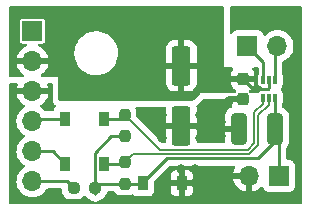
<source format=gbr>
%TF.GenerationSoftware,KiCad,Pcbnew,7.0.0-da2b9df05c~163~ubuntu22.04.1*%
%TF.CreationDate,2023-02-21T15:24:56+01:00*%
%TF.ProjectId,BaSe_PWR_V4_0,42615365-5f50-4575-925f-56345f302e6b,rev?*%
%TF.SameCoordinates,Original*%
%TF.FileFunction,Copper,L1,Top*%
%TF.FilePolarity,Positive*%
%FSLAX46Y46*%
G04 Gerber Fmt 4.6, Leading zero omitted, Abs format (unit mm)*
G04 Created by KiCad (PCBNEW 7.0.0-da2b9df05c~163~ubuntu22.04.1) date 2023-02-21 15:24:56*
%MOMM*%
%LPD*%
G01*
G04 APERTURE LIST*
G04 Aperture macros list*
%AMRoundRect*
0 Rectangle with rounded corners*
0 $1 Rounding radius*
0 $2 $3 $4 $5 $6 $7 $8 $9 X,Y pos of 4 corners*
0 Add a 4 corners polygon primitive as box body*
4,1,4,$2,$3,$4,$5,$6,$7,$8,$9,$2,$3,0*
0 Add four circle primitives for the rounded corners*
1,1,$1+$1,$2,$3*
1,1,$1+$1,$4,$5*
1,1,$1+$1,$6,$7*
1,1,$1+$1,$8,$9*
0 Add four rect primitives between the rounded corners*
20,1,$1+$1,$2,$3,$4,$5,0*
20,1,$1+$1,$4,$5,$6,$7,0*
20,1,$1+$1,$6,$7,$8,$9,0*
20,1,$1+$1,$8,$9,$2,$3,0*%
G04 Aperture macros list end*
%TA.AperFunction,ComponentPad*%
%ADD10R,1.700000X1.700000*%
%TD*%
%TA.AperFunction,ComponentPad*%
%ADD11O,1.700000X1.700000*%
%TD*%
%TA.AperFunction,SMDPad,CuDef*%
%ADD12R,0.900000X1.200000*%
%TD*%
%TA.AperFunction,SMDPad,CuDef*%
%ADD13R,0.340000X0.700000*%
%TD*%
%TA.AperFunction,SMDPad,CuDef*%
%ADD14RoundRect,0.250000X0.400000X1.075000X-0.400000X1.075000X-0.400000X-1.075000X0.400000X-1.075000X0*%
%TD*%
%TA.AperFunction,SMDPad,CuDef*%
%ADD15RoundRect,0.237500X-0.250000X-0.237500X0.250000X-0.237500X0.250000X0.237500X-0.250000X0.237500X0*%
%TD*%
%TA.AperFunction,SMDPad,CuDef*%
%ADD16RoundRect,0.237500X-0.237500X0.250000X-0.237500X-0.250000X0.237500X-0.250000X0.237500X0.250000X0*%
%TD*%
%TA.AperFunction,SMDPad,CuDef*%
%ADD17RoundRect,0.250000X-0.550000X1.412500X-0.550000X-1.412500X0.550000X-1.412500X0.550000X1.412500X0*%
%TD*%
%TA.AperFunction,SMDPad,CuDef*%
%ADD18RoundRect,0.237500X-0.237500X0.300000X-0.237500X-0.300000X0.237500X-0.300000X0.237500X0.300000X0*%
%TD*%
%TA.AperFunction,ViaPad*%
%ADD19C,0.800000*%
%TD*%
%TA.AperFunction,Conductor*%
%ADD20C,0.200000*%
%TD*%
%TA.AperFunction,Conductor*%
%ADD21C,0.500000*%
%TD*%
%TA.AperFunction,Conductor*%
%ADD22C,0.250000*%
%TD*%
G04 APERTURE END LIST*
D10*
%TO.P,J3,1,Pin_1*%
%TO.N,/imotor*%
X119074999Y-49599999D03*
D11*
%TO.P,J3,2,Pin_2*%
%TO.N,GND*%
X116534999Y-49599999D03*
%TD*%
D10*
%TO.P,J1,1,Pin_1*%
%TO.N,GND*%
X98199999Y-37319999D03*
D11*
%TO.P,J1,2,Pin_2*%
%TO.N,Vdrive*%
X98199999Y-39859999D03*
%TO.P,J1,3,Pin_3*%
%TO.N,GND*%
X98199999Y-42399999D03*
%TO.P,J1,4,Pin_4*%
%TO.N,/in1_mcu*%
X98199999Y-44939999D03*
%TO.P,J1,5,Pin_5*%
%TO.N,/in2_mcu*%
X98199999Y-47479999D03*
%TO.P,J1,6,Pin_6*%
%TO.N,/imotor_prot*%
X98199999Y-50019999D03*
%TD*%
D12*
%TO.P,D2,1,K*%
%TO.N,/in2*%
X104249999Y-48529999D03*
%TO.P,D2,2,A*%
%TO.N,/in2_mcu*%
X100949999Y-48529999D03*
%TD*%
D13*
%TO.P,U1,1,IN1*%
%TO.N,/in1*%
X117699999Y-42949999D03*
%TO.P,U1,2,IN2*%
%TO.N,/in2*%
X118199999Y-42949999D03*
%TO.P,U1,3,GND*%
%TO.N,/imotor*%
X118699999Y-42949999D03*
%TO.P,U1,4,OUT2*%
%TO.N,Net-(J2-Pin_2)*%
X118699999Y-41449999D03*
%TO.P,U1,5,VM*%
%TO.N,Vdrive*%
X118199999Y-41449999D03*
%TO.P,U1,6,OUT1*%
%TO.N,Net-(J2-Pin_1)*%
X117699999Y-41449999D03*
%TD*%
D14*
%TO.P,R4,2*%
%TO.N,GND*%
X115650000Y-45600000D03*
%TO.P,R4,1*%
%TO.N,/imotor*%
X118750000Y-45600000D03*
%TD*%
D12*
%TO.P,D1,1,K*%
%TO.N,/in1*%
X104249999Y-44729999D03*
%TO.P,D1,2,A*%
%TO.N,/in1_mcu*%
X100949999Y-44729999D03*
%TD*%
D15*
%TO.P,R1,1*%
%TO.N,/imotor_prot*%
X101687500Y-50600000D03*
%TO.P,R1,2*%
%TO.N,/imotor*%
X103512500Y-50600000D03*
%TD*%
D16*
%TO.P,R2,1*%
%TO.N,/in1*%
X106000000Y-44417500D03*
%TO.P,R2,2*%
%TO.N,/imotor*%
X106000000Y-46242500D03*
%TD*%
D10*
%TO.P,J2,1,Pin_1*%
%TO.N,Net-(J2-Pin_1)*%
X116399999Y-38599999D03*
D11*
%TO.P,J2,2,Pin_2*%
%TO.N,Net-(J2-Pin_2)*%
X118939999Y-38599999D03*
%TD*%
D16*
%TO.P,R3,1*%
%TO.N,/in2*%
X106000000Y-48417500D03*
%TO.P,R3,2*%
%TO.N,/imotor*%
X106000000Y-50242500D03*
%TD*%
D17*
%TO.P,C1,1*%
%TO.N,Vdrive*%
X110800000Y-40262500D03*
%TO.P,C1,2*%
%TO.N,GND*%
X110800000Y-45337500D03*
%TD*%
D18*
%TO.P,C2,1*%
%TO.N,Vdrive*%
X116000000Y-41337500D03*
%TO.P,C2,2*%
%TO.N,GND*%
X116000000Y-43062500D03*
%TD*%
D12*
%TO.P,D3,1,K*%
%TO.N,/imotor*%
X107549999Y-50199999D03*
%TO.P,D3,2,A*%
%TO.N,GND*%
X110849999Y-50199999D03*
%TD*%
D19*
%TO.N,GND*%
X114200000Y-46200000D03*
X114200000Y-45000000D03*
X112000000Y-50200000D03*
X109200000Y-46400000D03*
X109200000Y-44400000D03*
X114800000Y-43200000D03*
X112400000Y-44400000D03*
X120200000Y-36000000D03*
X112000000Y-49000000D03*
X117000000Y-36000000D03*
X115400000Y-36000000D03*
X118600000Y-36000000D03*
X112400000Y-46400000D03*
X109200000Y-45400000D03*
X110800000Y-49000000D03*
X112400000Y-45400000D03*
%TD*%
D20*
%TO.N,/in2*%
X118200000Y-42950000D02*
X118200000Y-43600000D01*
X118200000Y-43600000D02*
X117334835Y-44465165D01*
X117334835Y-44465165D02*
X117334835Y-46960139D01*
X106692500Y-47725000D02*
X106000000Y-48417500D01*
X117334835Y-46960139D02*
X116569974Y-47725000D01*
X116569974Y-47725000D02*
X106692500Y-47725000D01*
%TO.N,/in1*%
X117700000Y-42950000D02*
X117700000Y-43463604D01*
X116984835Y-44178769D02*
X116984835Y-46815165D01*
X117700000Y-43463604D02*
X116984835Y-44178769D01*
X116984835Y-46815165D02*
X116425000Y-47375000D01*
X116425000Y-47375000D02*
X108957500Y-47375000D01*
X108957500Y-47375000D02*
X106000000Y-44417500D01*
D21*
%TO.N,GND*%
X114800000Y-43200000D02*
X114937500Y-43062500D01*
X114937500Y-43062500D02*
X116000000Y-43062500D01*
D22*
%TO.N,Vdrive*%
X118200000Y-41450000D02*
X118200000Y-42120000D01*
X118200000Y-42120000D02*
X118120000Y-42200000D01*
X118120000Y-42200000D02*
X116862500Y-42200000D01*
X116862500Y-42200000D02*
X116000000Y-41337500D01*
%TO.N,/in1*%
X104250000Y-44730000D02*
X105687500Y-44730000D01*
X105687500Y-44730000D02*
X106000000Y-44417500D01*
%TO.N,/in1_mcu*%
X100900000Y-44780000D02*
X100950000Y-44730000D01*
X100950000Y-44730000D02*
X98410000Y-44730000D01*
X98410000Y-44730000D02*
X98200000Y-44940000D01*
%TO.N,/in2*%
X104250000Y-48530000D02*
X105887500Y-48530000D01*
X105887500Y-48530000D02*
X106000000Y-48417500D01*
%TO.N,/in2_mcu*%
X100950000Y-48530000D02*
X99900000Y-47480000D01*
X99900000Y-47480000D02*
X98200000Y-47480000D01*
%TO.N,/imotor*%
X106000000Y-46242500D02*
X104837500Y-46242500D01*
X104837500Y-46242500D02*
X103475000Y-47605000D01*
X118750000Y-46650000D02*
X118750000Y-46000000D01*
X118700000Y-42950000D02*
X118700000Y-45950000D01*
X117300000Y-48100000D02*
X118750000Y-46650000D01*
X103512500Y-51130000D02*
X103512500Y-50242500D01*
X107507500Y-50242500D02*
X107550000Y-50200000D01*
X103475000Y-47605000D02*
X103475000Y-51092500D01*
X103475000Y-51092500D02*
X103512500Y-51130000D01*
X119075000Y-46325000D02*
X119075000Y-49600000D01*
X109550000Y-48100000D02*
X117300000Y-48100000D01*
X106000000Y-50242500D02*
X107507500Y-50242500D01*
X118750000Y-46000000D02*
X119075000Y-46325000D01*
X103512500Y-50242500D02*
X106000000Y-50242500D01*
X109550000Y-48100000D02*
X107550000Y-50100000D01*
X107550000Y-50100000D02*
X107550000Y-50200000D01*
X118700000Y-45950000D02*
X118950000Y-46200000D01*
%TO.N,/imotor_prot*%
X98200000Y-50020000D02*
X101107500Y-50020000D01*
X101107500Y-50020000D02*
X101687500Y-50600000D01*
%TO.N,Net-(J2-Pin_1)*%
X117700000Y-39900000D02*
X116400000Y-38600000D01*
X117700000Y-41450000D02*
X117700000Y-39900000D01*
%TO.N,Net-(J2-Pin_2)*%
X118700000Y-41450000D02*
X118700000Y-38840000D01*
X118700000Y-38840000D02*
X118940000Y-38600000D01*
%TD*%
%TA.AperFunction,Conductor*%
%TO.N,Vdrive*%
G36*
X114338000Y-35217113D02*
G01*
X114383387Y-35262500D01*
X114400000Y-35324500D01*
X114400000Y-40400000D01*
X115067032Y-40400000D01*
X115129811Y-40417067D01*
X115175310Y-40463569D01*
X115191002Y-40526705D01*
X115172570Y-40589097D01*
X115093340Y-40717547D01*
X115087274Y-40730555D01*
X115037447Y-40880924D01*
X115034631Y-40894080D01*
X115025319Y-40985223D01*
X115025000Y-40991500D01*
X115025000Y-41071174D01*
X115028450Y-41084049D01*
X115041326Y-41087500D01*
X116958673Y-41087500D01*
X116971548Y-41084049D01*
X116974999Y-41071174D01*
X116974999Y-40991503D01*
X116974678Y-40985220D01*
X116965369Y-40894087D01*
X116962550Y-40880918D01*
X116912725Y-40730555D01*
X116906659Y-40717547D01*
X116827430Y-40589097D01*
X116808998Y-40526705D01*
X116824690Y-40463569D01*
X116870189Y-40417067D01*
X116932968Y-40400000D01*
X117250500Y-40400000D01*
X117312500Y-40416613D01*
X117357887Y-40462000D01*
X117374500Y-40524000D01*
X117374500Y-40934218D01*
X117369160Y-40970214D01*
X117353601Y-41003110D01*
X117347919Y-41011612D01*
X117347917Y-41011615D01*
X117341133Y-41021769D01*
X117338750Y-41033744D01*
X117338749Y-41033749D01*
X117330689Y-41074271D01*
X117330688Y-41074277D01*
X117329500Y-41080252D01*
X117329500Y-41819748D01*
X117330688Y-41825723D01*
X117330689Y-41825728D01*
X117338750Y-41866252D01*
X117341133Y-41878231D01*
X117385448Y-41944552D01*
X117451769Y-41988867D01*
X117510252Y-42000500D01*
X117510120Y-42001160D01*
X117552981Y-42014683D01*
X117591372Y-42048401D01*
X117667498Y-42150092D01*
X117679908Y-42162502D01*
X117698251Y-42176234D01*
X117736734Y-42223990D01*
X117747623Y-42284347D01*
X117728254Y-42342540D01*
X117683366Y-42384332D01*
X117623939Y-42399500D01*
X117510252Y-42399500D01*
X117504277Y-42400688D01*
X117504271Y-42400689D01*
X117463747Y-42408750D01*
X117463745Y-42408750D01*
X117451769Y-42411133D01*
X117441618Y-42417915D01*
X117441615Y-42417917D01*
X117395601Y-42448663D01*
X117395598Y-42448665D01*
X117385448Y-42455448D01*
X117378665Y-42465598D01*
X117378663Y-42465601D01*
X117347919Y-42511612D01*
X117347917Y-42511615D01*
X117341133Y-42521769D01*
X117339858Y-42528176D01*
X117316136Y-42563680D01*
X117275907Y-42590561D01*
X117228454Y-42600000D01*
X116724538Y-42600000D01*
X116668657Y-42586695D01*
X116624768Y-42549634D01*
X116560503Y-42462557D01*
X116536717Y-42399392D01*
X116549542Y-42333122D01*
X116595179Y-42283388D01*
X116691888Y-42223737D01*
X116703148Y-42214834D01*
X116814834Y-42103148D01*
X116823739Y-42091886D01*
X116906659Y-41957452D01*
X116912725Y-41944444D01*
X116962552Y-41794075D01*
X116965368Y-41780919D01*
X116974680Y-41689776D01*
X116975000Y-41683500D01*
X116975000Y-41603826D01*
X116971549Y-41590950D01*
X116958674Y-41587500D01*
X115041327Y-41587500D01*
X115028451Y-41590950D01*
X115025001Y-41603826D01*
X115025001Y-41683497D01*
X115025321Y-41689779D01*
X115034630Y-41780912D01*
X115037449Y-41794081D01*
X115087274Y-41944444D01*
X115093340Y-41957452D01*
X115176260Y-42091886D01*
X115185165Y-42103148D01*
X115296851Y-42214834D01*
X115308107Y-42223734D01*
X115404821Y-42283388D01*
X115450457Y-42333122D01*
X115463282Y-42399391D01*
X115439495Y-42462559D01*
X115375231Y-42549634D01*
X115331344Y-42586694D01*
X115275462Y-42600000D01*
X114851285Y-42600000D01*
X114835100Y-42598939D01*
X114808059Y-42595379D01*
X114800000Y-42594318D01*
X114791941Y-42595379D01*
X114764900Y-42598939D01*
X114748715Y-42600000D01*
X112400000Y-42600000D01*
X112391364Y-42608635D01*
X112391361Y-42608638D01*
X111836319Y-43163681D01*
X111796091Y-43190561D01*
X111748638Y-43200000D01*
X100524000Y-43200000D01*
X100462000Y-43183387D01*
X100416613Y-43138000D01*
X100400000Y-43076000D01*
X100400000Y-41721829D01*
X109500001Y-41721829D01*
X109500321Y-41728111D01*
X109509805Y-41820959D01*
X109512623Y-41834122D01*
X109563370Y-41987267D01*
X109569432Y-42000266D01*
X109653890Y-42137194D01*
X109662794Y-42148455D01*
X109776544Y-42262205D01*
X109787805Y-42271109D01*
X109924733Y-42355567D01*
X109937732Y-42361629D01*
X110090874Y-42412375D01*
X110104041Y-42415194D01*
X110196890Y-42424680D01*
X110203168Y-42425000D01*
X110533674Y-42425000D01*
X110546549Y-42421549D01*
X110550000Y-42408674D01*
X110550000Y-42408673D01*
X111050000Y-42408673D01*
X111053450Y-42421548D01*
X111066326Y-42424999D01*
X111396829Y-42424999D01*
X111403111Y-42424678D01*
X111495959Y-42415194D01*
X111509122Y-42412376D01*
X111662267Y-42361629D01*
X111675266Y-42355567D01*
X111812194Y-42271109D01*
X111823455Y-42262205D01*
X111937205Y-42148455D01*
X111946109Y-42137194D01*
X112030567Y-42000266D01*
X112036629Y-41987267D01*
X112087375Y-41834125D01*
X112090194Y-41820958D01*
X112099680Y-41728109D01*
X112100000Y-41721832D01*
X112100000Y-40528826D01*
X112096549Y-40515950D01*
X112083674Y-40512500D01*
X111066326Y-40512500D01*
X111053450Y-40515950D01*
X111050000Y-40528826D01*
X111050000Y-42408673D01*
X110550000Y-42408673D01*
X110550000Y-40528826D01*
X110546549Y-40515950D01*
X110533674Y-40512500D01*
X109516327Y-40512500D01*
X109503451Y-40515950D01*
X109500001Y-40528826D01*
X109500001Y-41721829D01*
X100400000Y-41721829D01*
X100400000Y-41216326D01*
X100400000Y-41200000D01*
X100383674Y-41200000D01*
X99033213Y-41200000D01*
X98973097Y-41184453D01*
X98928055Y-41141710D01*
X98909383Y-41082490D01*
X98921763Y-41021642D01*
X98962089Y-40974425D01*
X99066643Y-40901215D01*
X99074909Y-40894278D01*
X99234278Y-40734909D01*
X99241215Y-40726643D01*
X99370498Y-40542008D01*
X99375886Y-40532676D01*
X99471143Y-40328397D01*
X99474831Y-40318263D01*
X99526943Y-40123780D01*
X99527311Y-40112551D01*
X99516369Y-40110000D01*
X96883631Y-40110000D01*
X96872688Y-40112551D01*
X96873056Y-40123780D01*
X96925168Y-40318263D01*
X96928856Y-40328397D01*
X97024113Y-40532676D01*
X97029501Y-40542008D01*
X97158784Y-40726643D01*
X97165721Y-40734909D01*
X97325090Y-40894278D01*
X97333356Y-40901215D01*
X97437911Y-40974425D01*
X97478237Y-41021642D01*
X97490617Y-41082490D01*
X97471945Y-41141710D01*
X97426903Y-41184453D01*
X97366787Y-41200000D01*
X96324500Y-41200000D01*
X96262500Y-41183387D01*
X96217113Y-41138000D01*
X96200500Y-41076000D01*
X96200500Y-39607448D01*
X96872688Y-39607448D01*
X96883631Y-39610000D01*
X99516369Y-39610000D01*
X99527311Y-39607448D01*
X99526943Y-39596219D01*
X99474831Y-39401736D01*
X99471143Y-39391602D01*
X99413396Y-39267765D01*
X101745788Y-39267765D01*
X101746282Y-39272262D01*
X101746283Y-39272267D01*
X101774917Y-39532506D01*
X101774918Y-39532513D01*
X101775414Y-39537018D01*
X101776559Y-39541398D01*
X101776561Y-39541408D01*
X101833792Y-39760316D01*
X101843928Y-39799088D01*
X101845693Y-39803242D01*
X101845696Y-39803250D01*
X101933152Y-40009049D01*
X101949870Y-40048390D01*
X101952226Y-40052251D01*
X101952229Y-40052256D01*
X102088618Y-40275737D01*
X102090982Y-40279610D01*
X102093885Y-40283098D01*
X102242767Y-40462000D01*
X102264255Y-40487820D01*
X102267630Y-40490844D01*
X102267631Y-40490845D01*
X102372330Y-40584656D01*
X102465998Y-40668582D01*
X102691910Y-40818044D01*
X102937176Y-40933020D01*
X103196569Y-41011060D01*
X103464561Y-41050500D01*
X103665369Y-41050500D01*
X103667631Y-41050500D01*
X103870156Y-41035677D01*
X104134553Y-40976780D01*
X104387558Y-40880014D01*
X104623777Y-40747441D01*
X104838177Y-40581888D01*
X105026186Y-40386881D01*
X105183799Y-40166579D01*
X105271410Y-39996174D01*
X109500000Y-39996174D01*
X109503450Y-40009049D01*
X109516326Y-40012500D01*
X110533674Y-40012500D01*
X110546549Y-40009049D01*
X110550000Y-39996174D01*
X111050000Y-39996174D01*
X111053450Y-40009049D01*
X111066326Y-40012500D01*
X112083673Y-40012500D01*
X112096548Y-40009049D01*
X112099999Y-39996174D01*
X112099999Y-38803171D01*
X112099678Y-38796888D01*
X112090194Y-38704040D01*
X112087376Y-38690877D01*
X112036629Y-38537732D01*
X112030567Y-38524733D01*
X111946109Y-38387805D01*
X111937205Y-38376544D01*
X111823455Y-38262794D01*
X111812194Y-38253890D01*
X111675266Y-38169432D01*
X111662267Y-38163370D01*
X111509125Y-38112624D01*
X111495958Y-38109805D01*
X111403109Y-38100319D01*
X111396832Y-38100000D01*
X111066326Y-38100000D01*
X111053450Y-38103450D01*
X111050000Y-38116326D01*
X111050000Y-39996174D01*
X110550000Y-39996174D01*
X110550000Y-38116327D01*
X110546549Y-38103451D01*
X110533674Y-38100001D01*
X110203171Y-38100001D01*
X110196888Y-38100321D01*
X110104040Y-38109805D01*
X110090877Y-38112623D01*
X109937732Y-38163370D01*
X109924733Y-38169432D01*
X109787805Y-38253890D01*
X109776544Y-38262794D01*
X109662794Y-38376544D01*
X109653890Y-38387805D01*
X109569432Y-38524733D01*
X109563370Y-38537732D01*
X109512624Y-38690874D01*
X109509805Y-38704041D01*
X109500319Y-38796890D01*
X109500000Y-38803168D01*
X109500000Y-39996174D01*
X105271410Y-39996174D01*
X105307656Y-39925675D01*
X105395118Y-39669305D01*
X105444319Y-39402933D01*
X105454212Y-39132235D01*
X105424586Y-38862982D01*
X105356072Y-38600912D01*
X105250130Y-38351610D01*
X105109018Y-38120390D01*
X104935745Y-37912180D01*
X104932368Y-37909154D01*
X104737382Y-37734446D01*
X104737378Y-37734442D01*
X104734002Y-37731418D01*
X104508090Y-37581956D01*
X104503996Y-37580036D01*
X104503991Y-37580034D01*
X104266929Y-37468904D01*
X104266925Y-37468902D01*
X104262824Y-37466980D01*
X104258477Y-37465672D01*
X104258474Y-37465671D01*
X104007772Y-37390246D01*
X104007771Y-37390245D01*
X104003431Y-37388940D01*
X103998957Y-37388281D01*
X103998950Y-37388280D01*
X103739913Y-37350158D01*
X103739907Y-37350157D01*
X103735439Y-37349500D01*
X103532369Y-37349500D01*
X103530120Y-37349664D01*
X103530109Y-37349665D01*
X103334363Y-37363992D01*
X103334359Y-37363992D01*
X103329844Y-37364323D01*
X103325426Y-37365307D01*
X103325420Y-37365308D01*
X103069877Y-37422232D01*
X103069861Y-37422236D01*
X103065447Y-37423220D01*
X103061216Y-37424838D01*
X103061210Y-37424840D01*
X102816673Y-37518367D01*
X102816663Y-37518371D01*
X102812442Y-37519986D01*
X102808494Y-37522201D01*
X102808489Y-37522204D01*
X102580176Y-37650340D01*
X102580171Y-37650343D01*
X102576223Y-37652559D01*
X102572639Y-37655325D01*
X102572635Y-37655329D01*
X102365407Y-37815343D01*
X102365394Y-37815354D01*
X102361823Y-37818112D01*
X102358685Y-37821366D01*
X102358678Y-37821373D01*
X102176958Y-38009857D01*
X102176952Y-38009864D01*
X102173814Y-38013119D01*
X102171189Y-38016787D01*
X102171179Y-38016800D01*
X102018834Y-38229740D01*
X102018830Y-38229745D01*
X102016201Y-38233421D01*
X102014132Y-38237444D01*
X102014129Y-38237450D01*
X101894416Y-38470293D01*
X101894411Y-38470304D01*
X101892344Y-38474325D01*
X101890884Y-38478602D01*
X101890879Y-38478616D01*
X101806348Y-38726395D01*
X101806344Y-38726407D01*
X101804882Y-38730695D01*
X101804057Y-38735159D01*
X101804057Y-38735161D01*
X101756504Y-38992606D01*
X101756502Y-38992619D01*
X101755681Y-38997067D01*
X101755515Y-39001593D01*
X101755515Y-39001599D01*
X101748624Y-39190174D01*
X101745788Y-39267765D01*
X99413396Y-39267765D01*
X99375889Y-39187332D01*
X99370491Y-39177982D01*
X99241215Y-38993357D01*
X99234280Y-38985092D01*
X99074909Y-38825721D01*
X99066643Y-38818784D01*
X98882008Y-38689501D01*
X98872676Y-38684113D01*
X98707052Y-38606882D01*
X98656656Y-38563840D01*
X98635627Y-38500990D01*
X98649971Y-38436286D01*
X98695592Y-38388211D01*
X98759457Y-38370500D01*
X99063652Y-38370500D01*
X99069748Y-38370500D01*
X99128231Y-38358867D01*
X99194552Y-38314552D01*
X99238867Y-38248231D01*
X99250500Y-38189748D01*
X99250500Y-36450252D01*
X99238867Y-36391769D01*
X99194552Y-36325448D01*
X99128231Y-36281133D01*
X99116253Y-36278750D01*
X99116252Y-36278750D01*
X99075728Y-36270689D01*
X99075723Y-36270688D01*
X99069748Y-36269500D01*
X97330252Y-36269500D01*
X97324277Y-36270688D01*
X97324271Y-36270689D01*
X97283747Y-36278750D01*
X97283745Y-36278750D01*
X97271769Y-36281133D01*
X97261618Y-36287915D01*
X97261615Y-36287917D01*
X97215601Y-36318663D01*
X97215598Y-36318665D01*
X97205448Y-36325448D01*
X97198665Y-36335598D01*
X97198663Y-36335601D01*
X97167917Y-36381615D01*
X97167915Y-36381618D01*
X97161133Y-36391769D01*
X97158750Y-36403745D01*
X97158750Y-36403747D01*
X97150689Y-36444271D01*
X97150688Y-36444277D01*
X97149500Y-36450252D01*
X97149500Y-38189748D01*
X97150688Y-38195723D01*
X97150689Y-38195728D01*
X97157455Y-38229740D01*
X97161133Y-38248231D01*
X97205448Y-38314552D01*
X97271769Y-38358867D01*
X97330252Y-38370500D01*
X97336348Y-38370500D01*
X97640543Y-38370500D01*
X97704408Y-38388211D01*
X97750028Y-38436285D01*
X97764373Y-38500990D01*
X97743344Y-38563840D01*
X97692948Y-38606882D01*
X97527332Y-38684110D01*
X97517982Y-38689508D01*
X97333357Y-38818784D01*
X97325092Y-38825719D01*
X97165719Y-38985092D01*
X97158784Y-38993357D01*
X97029508Y-39177982D01*
X97024110Y-39187332D01*
X96928856Y-39391602D01*
X96925168Y-39401736D01*
X96873056Y-39596219D01*
X96872688Y-39607448D01*
X96200500Y-39607448D01*
X96200500Y-35324500D01*
X96217113Y-35262500D01*
X96262500Y-35217113D01*
X96324500Y-35200500D01*
X114276000Y-35200500D01*
X114338000Y-35217113D01*
G37*
%TD.AperFunction*%
%TD*%
%TA.AperFunction,Conductor*%
%TO.N,GND*%
G36*
X120937500Y-35217113D02*
G01*
X120982887Y-35262500D01*
X120999500Y-35324500D01*
X120999500Y-51875500D01*
X120982887Y-51937500D01*
X120937500Y-51982887D01*
X120875500Y-51999500D01*
X103599624Y-51999500D01*
X103538752Y-51983530D01*
X103510619Y-51956267D01*
X103479283Y-51984782D01*
X103420687Y-51999500D01*
X96324500Y-51999500D01*
X96262500Y-51982887D01*
X96217113Y-51937500D01*
X96200500Y-51875500D01*
X96200500Y-41829500D01*
X96217113Y-41767500D01*
X96262500Y-41722113D01*
X96324500Y-41705500D01*
X96839649Y-41705500D01*
X96899291Y-41720786D01*
X96944229Y-41762875D01*
X96963383Y-41821390D01*
X96952031Y-41881904D01*
X96928858Y-41931597D01*
X96925168Y-41941736D01*
X96873056Y-42136219D01*
X96872688Y-42147448D01*
X96883631Y-42150000D01*
X99516369Y-42150000D01*
X99527311Y-42147448D01*
X99526943Y-42136219D01*
X99474831Y-41941736D01*
X99471141Y-41931597D01*
X99447969Y-41881904D01*
X99436617Y-41821390D01*
X99455771Y-41762875D01*
X99500709Y-41720786D01*
X99560351Y-41705500D01*
X99770500Y-41705500D01*
X99832500Y-41722113D01*
X99877887Y-41767500D01*
X99894500Y-41829500D01*
X99894500Y-43076000D01*
X99895028Y-43080017D01*
X99895029Y-43080019D01*
X99911194Y-43202807D01*
X99911196Y-43202819D01*
X99911725Y-43206834D01*
X99928338Y-43268834D01*
X99929891Y-43272584D01*
X99929893Y-43272589D01*
X99975726Y-43383240D01*
X99978837Y-43390750D01*
X99983783Y-43397196D01*
X99983785Y-43397199D01*
X100052731Y-43487049D01*
X100059171Y-43495442D01*
X100104558Y-43540829D01*
X100146269Y-43572835D01*
X100182152Y-43616687D01*
X100194780Y-43671926D01*
X100181515Y-43727015D01*
X100154372Y-43759416D01*
X100155824Y-43760868D01*
X100149548Y-43767142D01*
X100142454Y-43772454D01*
X100137144Y-43779546D01*
X100137141Y-43779550D01*
X100061519Y-43880568D01*
X100061516Y-43880572D01*
X100056204Y-43887669D01*
X100053104Y-43895978D01*
X100053104Y-43895980D01*
X100005909Y-44022517D01*
X100003859Y-44021752D01*
X99985967Y-44058307D01*
X99942932Y-44092357D01*
X99889416Y-44104500D01*
X99325758Y-44104500D01*
X99278305Y-44095061D01*
X99238077Y-44068181D01*
X99075232Y-43905336D01*
X99075230Y-43905334D01*
X99071401Y-43901505D01*
X99066970Y-43898402D01*
X99066966Y-43898399D01*
X98885405Y-43771269D01*
X98846540Y-43726951D01*
X98832529Y-43669694D01*
X98846540Y-43612437D01*
X98885406Y-43568119D01*
X99066638Y-43441219D01*
X99074909Y-43434278D01*
X99234278Y-43274909D01*
X99241215Y-43266643D01*
X99370498Y-43082008D01*
X99375886Y-43072676D01*
X99471143Y-42868397D01*
X99474831Y-42858263D01*
X99526943Y-42663780D01*
X99527311Y-42652551D01*
X99516369Y-42650000D01*
X96883631Y-42650000D01*
X96872688Y-42652551D01*
X96873056Y-42663780D01*
X96925168Y-42858263D01*
X96928856Y-42868397D01*
X97024113Y-43072676D01*
X97029501Y-43082008D01*
X97158784Y-43266643D01*
X97165721Y-43274909D01*
X97325090Y-43434278D01*
X97333356Y-43441215D01*
X97514595Y-43568120D01*
X97553460Y-43612438D01*
X97567471Y-43669695D01*
X97553460Y-43726952D01*
X97514594Y-43771270D01*
X97333034Y-43898399D01*
X97333029Y-43898402D01*
X97328599Y-43901505D01*
X97324775Y-43905328D01*
X97324769Y-43905334D01*
X97165334Y-44064769D01*
X97165328Y-44064775D01*
X97161505Y-44068599D01*
X97158402Y-44073029D01*
X97158399Y-44073034D01*
X97029073Y-44257731D01*
X97029068Y-44257738D01*
X97025965Y-44262171D01*
X97023677Y-44267077D01*
X97023675Y-44267081D01*
X96928386Y-44471427D01*
X96928383Y-44471432D01*
X96926097Y-44476337D01*
X96924698Y-44481557D01*
X96924694Y-44481569D01*
X96866337Y-44699365D01*
X96866335Y-44699371D01*
X96864937Y-44704592D01*
X96844341Y-44940000D01*
X96864937Y-45175408D01*
X96866336Y-45180630D01*
X96866337Y-45180634D01*
X96924694Y-45398430D01*
X96924697Y-45398438D01*
X96926097Y-45403663D01*
X96928385Y-45408570D01*
X96928386Y-45408572D01*
X97023678Y-45612927D01*
X97023681Y-45612933D01*
X97025965Y-45617830D01*
X97029064Y-45622257D01*
X97029066Y-45622259D01*
X97158399Y-45806966D01*
X97158402Y-45806970D01*
X97161505Y-45811401D01*
X97328599Y-45978495D01*
X97333032Y-45981599D01*
X97333038Y-45981604D01*
X97514158Y-46108425D01*
X97553024Y-46152743D01*
X97567035Y-46210000D01*
X97553024Y-46267257D01*
X97514159Y-46311575D01*
X97333041Y-46438395D01*
X97328599Y-46441505D01*
X97324775Y-46445328D01*
X97324769Y-46445334D01*
X97165334Y-46604769D01*
X97165328Y-46604775D01*
X97161505Y-46608599D01*
X97158402Y-46613029D01*
X97158399Y-46613034D01*
X97029073Y-46797731D01*
X97029068Y-46797738D01*
X97025965Y-46802171D01*
X97023677Y-46807077D01*
X97023675Y-46807081D01*
X96928386Y-47011427D01*
X96928383Y-47011432D01*
X96926097Y-47016337D01*
X96924698Y-47021557D01*
X96924694Y-47021569D01*
X96866337Y-47239365D01*
X96866335Y-47239371D01*
X96864937Y-47244592D01*
X96864465Y-47249977D01*
X96864465Y-47249982D01*
X96848120Y-47436805D01*
X96844341Y-47480000D01*
X96844813Y-47485395D01*
X96864170Y-47706650D01*
X96864937Y-47715408D01*
X96866336Y-47720630D01*
X96866337Y-47720634D01*
X96924694Y-47938430D01*
X96924697Y-47938438D01*
X96926097Y-47943663D01*
X96928385Y-47948570D01*
X96928386Y-47948572D01*
X97023678Y-48152927D01*
X97023681Y-48152933D01*
X97025965Y-48157830D01*
X97029064Y-48162257D01*
X97029066Y-48162259D01*
X97158399Y-48346966D01*
X97158402Y-48346970D01*
X97161505Y-48351401D01*
X97328599Y-48518495D01*
X97333032Y-48521599D01*
X97333038Y-48521604D01*
X97514158Y-48648425D01*
X97553024Y-48692743D01*
X97567035Y-48750000D01*
X97553024Y-48807257D01*
X97514159Y-48851575D01*
X97333041Y-48978395D01*
X97328599Y-48981505D01*
X97324775Y-48985328D01*
X97324769Y-48985334D01*
X97165334Y-49144769D01*
X97165328Y-49144775D01*
X97161505Y-49148599D01*
X97158402Y-49153029D01*
X97158399Y-49153034D01*
X97029073Y-49337731D01*
X97029068Y-49337738D01*
X97025965Y-49342171D01*
X97023677Y-49347077D01*
X97023675Y-49347081D01*
X96928386Y-49551427D01*
X96928383Y-49551432D01*
X96926097Y-49556337D01*
X96924698Y-49561557D01*
X96924694Y-49561569D01*
X96866337Y-49779365D01*
X96866335Y-49779371D01*
X96864937Y-49784592D01*
X96864465Y-49789977D01*
X96864465Y-49789982D01*
X96852589Y-49925723D01*
X96844341Y-50020000D01*
X96864937Y-50255408D01*
X96866336Y-50260630D01*
X96866337Y-50260634D01*
X96924694Y-50478430D01*
X96924697Y-50478438D01*
X96926097Y-50483663D01*
X96928385Y-50488570D01*
X96928386Y-50488572D01*
X97023678Y-50692927D01*
X97023681Y-50692933D01*
X97025965Y-50697830D01*
X97029064Y-50702257D01*
X97029066Y-50702259D01*
X97158399Y-50886966D01*
X97158402Y-50886970D01*
X97161505Y-50891401D01*
X97328599Y-51058495D01*
X97333031Y-51061598D01*
X97333033Y-51061600D01*
X97363163Y-51082697D01*
X97522170Y-51194035D01*
X97736337Y-51293903D01*
X97741567Y-51295304D01*
X97741569Y-51295305D01*
X97772008Y-51303461D01*
X97964592Y-51355063D01*
X98200000Y-51375659D01*
X98435408Y-51355063D01*
X98663663Y-51293903D01*
X98877830Y-51194035D01*
X99071401Y-51058495D01*
X99238495Y-50891401D01*
X99373652Y-50698376D01*
X99417971Y-50659511D01*
X99475228Y-50645500D01*
X100575501Y-50645500D01*
X100637501Y-50662113D01*
X100682888Y-50707500D01*
X100699501Y-50769500D01*
X100699501Y-50886676D01*
X100699820Y-50889808D01*
X100699821Y-50889809D01*
X100709137Y-50981017D01*
X100709138Y-50981025D01*
X100709826Y-50987753D01*
X100711954Y-50994175D01*
X100711955Y-50994179D01*
X100756722Y-51129277D01*
X100764092Y-51151516D01*
X100854660Y-51298350D01*
X100976650Y-51420340D01*
X101123484Y-51510908D01*
X101287247Y-51565174D01*
X101388323Y-51575500D01*
X101986676Y-51575499D01*
X102087753Y-51565174D01*
X102251516Y-51510908D01*
X102398350Y-51420340D01*
X102512318Y-51306371D01*
X102567906Y-51274277D01*
X102632094Y-51274277D01*
X102687681Y-51306371D01*
X102801650Y-51420340D01*
X102898730Y-51480219D01*
X102942334Y-51507115D01*
X102942336Y-51507116D01*
X102948484Y-51510908D01*
X102955345Y-51513181D01*
X102955344Y-51513181D01*
X103003077Y-51528998D01*
X103051870Y-51560161D01*
X103052906Y-51561587D01*
X103058915Y-51566558D01*
X103058916Y-51566559D01*
X103086552Y-51589421D01*
X103095192Y-51597283D01*
X103098029Y-51600120D01*
X103119858Y-51617052D01*
X103122854Y-51619453D01*
X103168662Y-51657348D01*
X103174677Y-51662324D01*
X103181529Y-51665548D01*
X103182051Y-51665915D01*
X103185023Y-51667736D01*
X103185578Y-51668030D01*
X103191564Y-51672673D01*
X103240860Y-51694005D01*
X103253293Y-51699385D01*
X103256845Y-51700989D01*
X103317674Y-51729614D01*
X103325108Y-51731031D01*
X103325676Y-51731246D01*
X103329065Y-51732289D01*
X103329656Y-51732431D01*
X103336604Y-51735438D01*
X103403054Y-51745961D01*
X103406877Y-51746629D01*
X103431147Y-51751259D01*
X103443924Y-51753697D01*
X103498724Y-51779135D01*
X103510669Y-51795044D01*
X103532089Y-51771505D01*
X103591838Y-51751745D01*
X103594368Y-51751585D01*
X103630638Y-51749304D01*
X103637843Y-51746962D01*
X103638441Y-51746877D01*
X103641900Y-51746161D01*
X103642492Y-51745999D01*
X103650033Y-51745287D01*
X103713349Y-51722491D01*
X103716947Y-51721258D01*
X103780941Y-51700467D01*
X103787336Y-51696407D01*
X103787892Y-51696177D01*
X103791090Y-51694610D01*
X103791599Y-51694319D01*
X103798728Y-51691754D01*
X103854437Y-51653893D01*
X103857604Y-51651814D01*
X103914377Y-51615786D01*
X103919559Y-51610266D01*
X103920054Y-51609895D01*
X103922737Y-51607603D01*
X103923172Y-51607181D01*
X103929438Y-51602924D01*
X103961163Y-51566937D01*
X104015171Y-51531235D01*
X104076516Y-51510908D01*
X104223350Y-51420340D01*
X104345340Y-51298350D01*
X104435908Y-51151516D01*
X104490174Y-50987753D01*
X104490863Y-50981010D01*
X104491029Y-50979391D01*
X104491473Y-50978160D01*
X104492279Y-50974398D01*
X104492793Y-50974508D01*
X104511453Y-50922856D01*
X104556067Y-50882570D01*
X104614386Y-50868000D01*
X105057808Y-50868000D01*
X105118239Y-50883722D01*
X105163346Y-50926902D01*
X105175864Y-50947198D01*
X105175870Y-50947206D01*
X105179660Y-50953350D01*
X105301650Y-51075340D01*
X105448484Y-51165908D01*
X105612247Y-51220174D01*
X105713323Y-51230500D01*
X106286676Y-51230499D01*
X106387753Y-51220174D01*
X106551516Y-51165908D01*
X106592436Y-51140667D01*
X106644333Y-51122910D01*
X106698813Y-51129277D01*
X106741372Y-51156101D01*
X106742454Y-51157546D01*
X106857669Y-51243796D01*
X106992517Y-51294091D01*
X107052127Y-51300500D01*
X108047872Y-51300499D01*
X108107483Y-51294091D01*
X108242331Y-51243796D01*
X108357546Y-51157546D01*
X108443796Y-51042331D01*
X108494091Y-50907483D01*
X108500500Y-50847873D01*
X108500500Y-50844518D01*
X109900000Y-50844518D01*
X109900353Y-50851114D01*
X109905573Y-50899667D01*
X109909111Y-50914641D01*
X109953547Y-51033777D01*
X109961962Y-51049189D01*
X110037498Y-51150092D01*
X110049907Y-51162501D01*
X110150810Y-51238037D01*
X110166222Y-51246452D01*
X110285358Y-51290888D01*
X110300332Y-51294426D01*
X110348885Y-51299646D01*
X110355482Y-51300000D01*
X110583674Y-51300000D01*
X110596549Y-51296549D01*
X110600000Y-51283674D01*
X111100000Y-51283674D01*
X111103450Y-51296549D01*
X111116326Y-51300000D01*
X111344518Y-51300000D01*
X111351114Y-51299646D01*
X111399667Y-51294426D01*
X111414641Y-51290888D01*
X111533777Y-51246452D01*
X111549189Y-51238037D01*
X111650092Y-51162501D01*
X111662501Y-51150092D01*
X111738037Y-51049189D01*
X111746452Y-51033777D01*
X111790888Y-50914641D01*
X111794426Y-50899667D01*
X111799646Y-50851114D01*
X111800000Y-50844518D01*
X111800000Y-50466326D01*
X111796549Y-50453450D01*
X111783674Y-50450000D01*
X111116326Y-50450000D01*
X111103450Y-50453450D01*
X111100000Y-50466326D01*
X111100000Y-51283674D01*
X110600000Y-51283674D01*
X110600000Y-50466326D01*
X110596549Y-50453450D01*
X110583674Y-50450000D01*
X109916326Y-50450000D01*
X109903450Y-50453450D01*
X109900000Y-50466326D01*
X109900000Y-50844518D01*
X108500500Y-50844518D01*
X108500499Y-50085450D01*
X108509938Y-50037998D01*
X108536815Y-49997773D01*
X108600914Y-49933674D01*
X109900000Y-49933674D01*
X109903450Y-49946549D01*
X109916326Y-49950000D01*
X110583674Y-49950000D01*
X110596549Y-49946549D01*
X110600000Y-49933674D01*
X111100000Y-49933674D01*
X111103450Y-49946549D01*
X111116326Y-49950000D01*
X111783674Y-49950000D01*
X111796549Y-49946549D01*
X111800000Y-49933674D01*
X111800000Y-49852551D01*
X115207688Y-49852551D01*
X115208056Y-49863780D01*
X115260168Y-50058263D01*
X115263856Y-50068397D01*
X115359113Y-50272676D01*
X115364501Y-50282008D01*
X115493784Y-50466643D01*
X115500721Y-50474909D01*
X115660090Y-50634278D01*
X115668356Y-50641215D01*
X115852991Y-50770498D01*
X115862323Y-50775886D01*
X116066602Y-50871143D01*
X116076736Y-50874831D01*
X116271219Y-50926943D01*
X116282448Y-50927311D01*
X116285000Y-50916369D01*
X116285000Y-49866326D01*
X116281549Y-49853450D01*
X116268674Y-49850000D01*
X115218631Y-49850000D01*
X115207688Y-49852551D01*
X111800000Y-49852551D01*
X111800000Y-49555482D01*
X111799646Y-49548885D01*
X111794426Y-49500332D01*
X111790888Y-49485358D01*
X111746452Y-49366222D01*
X111738037Y-49350810D01*
X111662501Y-49249907D01*
X111650092Y-49237498D01*
X111549189Y-49161962D01*
X111533777Y-49153547D01*
X111414641Y-49109111D01*
X111399667Y-49105573D01*
X111351114Y-49100353D01*
X111344518Y-49100000D01*
X111116326Y-49100000D01*
X111103450Y-49103450D01*
X111100000Y-49116326D01*
X111100000Y-49933674D01*
X110600000Y-49933674D01*
X110600000Y-49116326D01*
X110596549Y-49103450D01*
X110583674Y-49100000D01*
X110355482Y-49100000D01*
X110348885Y-49100353D01*
X110300332Y-49105573D01*
X110285358Y-49109111D01*
X110166222Y-49153547D01*
X110150810Y-49161962D01*
X110049907Y-49237498D01*
X110037498Y-49249907D01*
X109961962Y-49350810D01*
X109953547Y-49366222D01*
X109909111Y-49485358D01*
X109905573Y-49500332D01*
X109900353Y-49548885D01*
X109900000Y-49555482D01*
X109900000Y-49933674D01*
X108600914Y-49933674D01*
X109772771Y-48761819D01*
X109813000Y-48734939D01*
X109860453Y-48725500D01*
X115261085Y-48725500D01*
X115325416Y-48743493D01*
X115371078Y-48792250D01*
X115384819Y-48857621D01*
X115365566Y-48912349D01*
X115367212Y-48913300D01*
X115359110Y-48927332D01*
X115263856Y-49131602D01*
X115260168Y-49141736D01*
X115208056Y-49336219D01*
X115207688Y-49347448D01*
X115218631Y-49350000D01*
X116661000Y-49350000D01*
X116723000Y-49366613D01*
X116768387Y-49412000D01*
X116785000Y-49474000D01*
X116785000Y-50916369D01*
X116787551Y-50927311D01*
X116798780Y-50926943D01*
X116993263Y-50874831D01*
X117003397Y-50871143D01*
X117207676Y-50775886D01*
X117217008Y-50770498D01*
X117401643Y-50641215D01*
X117409902Y-50634284D01*
X117528133Y-50516053D01*
X117580880Y-50484757D01*
X117642173Y-50482568D01*
X117697018Y-50510021D01*
X117731997Y-50560401D01*
X117781204Y-50692331D01*
X117786518Y-50699430D01*
X117786519Y-50699431D01*
X117792559Y-50707500D01*
X117867454Y-50807546D01*
X117982669Y-50893796D01*
X118117517Y-50944091D01*
X118177127Y-50950500D01*
X119972872Y-50950499D01*
X120032483Y-50944091D01*
X120167331Y-50893796D01*
X120282546Y-50807546D01*
X120368796Y-50692331D01*
X120419091Y-50557483D01*
X120425500Y-50497873D01*
X120425499Y-48702128D01*
X120419091Y-48642517D01*
X120368796Y-48507669D01*
X120282546Y-48392454D01*
X120227706Y-48351401D01*
X120174431Y-48311519D01*
X120174430Y-48311518D01*
X120167331Y-48306204D01*
X120032483Y-48255909D01*
X120024770Y-48255079D01*
X120024767Y-48255079D01*
X119976180Y-48249855D01*
X119976169Y-48249854D01*
X119972873Y-48249500D01*
X119969551Y-48249500D01*
X119824500Y-48249500D01*
X119762500Y-48232887D01*
X119717113Y-48187500D01*
X119700500Y-48125500D01*
X119700500Y-47237230D01*
X119709939Y-47189777D01*
X119733409Y-47154651D01*
X119733126Y-47154428D01*
X119735919Y-47150894D01*
X119736819Y-47149549D01*
X119736818Y-47149549D01*
X119742712Y-47143656D01*
X119834814Y-46994334D01*
X119889999Y-46827797D01*
X119900500Y-46725009D01*
X119900499Y-44474992D01*
X119889999Y-44372203D01*
X119834814Y-44205666D01*
X119758615Y-44082127D01*
X119746502Y-44062488D01*
X119746500Y-44062485D01*
X119742712Y-44056344D01*
X119618656Y-43932288D01*
X119612515Y-43928500D01*
X119612511Y-43928497D01*
X119475480Y-43843977D01*
X119469334Y-43840186D01*
X119462482Y-43837915D01*
X119462479Y-43837914D01*
X119410496Y-43820689D01*
X119366171Y-43794810D01*
X119336123Y-43753198D01*
X119325500Y-43702983D01*
X119325500Y-43533323D01*
X119333318Y-43489990D01*
X119351508Y-43441219D01*
X119364091Y-43407483D01*
X119370500Y-43347873D01*
X119370499Y-42552128D01*
X119364091Y-42492517D01*
X119313796Y-42357669D01*
X119251393Y-42274310D01*
X119229495Y-42226358D01*
X119229495Y-42173642D01*
X119251394Y-42125689D01*
X119313796Y-42042331D01*
X119364091Y-41907483D01*
X119370500Y-41847873D01*
X119370499Y-41052128D01*
X119364091Y-40992517D01*
X119333318Y-40910010D01*
X119325500Y-40866677D01*
X119325500Y-39988676D01*
X119335640Y-39939564D01*
X119364402Y-39898485D01*
X119403794Y-39874185D01*
X119403663Y-39873903D01*
X119403663Y-39873902D01*
X119617830Y-39774035D01*
X119811401Y-39638495D01*
X119978495Y-39471401D01*
X120114035Y-39277830D01*
X120213903Y-39063663D01*
X120275063Y-38835408D01*
X120295659Y-38600000D01*
X120275063Y-38364592D01*
X120213903Y-38136337D01*
X120114035Y-37922171D01*
X119978495Y-37728599D01*
X119811401Y-37561505D01*
X119806970Y-37558402D01*
X119806966Y-37558399D01*
X119622259Y-37429066D01*
X119622257Y-37429064D01*
X119617830Y-37425965D01*
X119612933Y-37423681D01*
X119612927Y-37423678D01*
X119408572Y-37328386D01*
X119408570Y-37328385D01*
X119403663Y-37326097D01*
X119398438Y-37324697D01*
X119398430Y-37324694D01*
X119180634Y-37266337D01*
X119180630Y-37266336D01*
X119175408Y-37264937D01*
X119170020Y-37264465D01*
X119170017Y-37264465D01*
X118945395Y-37244813D01*
X118940000Y-37244341D01*
X118934605Y-37244813D01*
X118709982Y-37264465D01*
X118709977Y-37264465D01*
X118704592Y-37264937D01*
X118699371Y-37266335D01*
X118699365Y-37266337D01*
X118481569Y-37324694D01*
X118481557Y-37324698D01*
X118476337Y-37326097D01*
X118471432Y-37328383D01*
X118471427Y-37328386D01*
X118267081Y-37423675D01*
X118267077Y-37423677D01*
X118262171Y-37425965D01*
X118257738Y-37429068D01*
X118257731Y-37429073D01*
X118073034Y-37558399D01*
X118073029Y-37558402D01*
X118068599Y-37561505D01*
X118064774Y-37565329D01*
X118064775Y-37565329D01*
X117946673Y-37683431D01*
X117893926Y-37714726D01*
X117832633Y-37716915D01*
X117777789Y-37689462D01*
X117742810Y-37639082D01*
X117715304Y-37565336D01*
X117693796Y-37507669D01*
X117607546Y-37392454D01*
X117517030Y-37324694D01*
X117499431Y-37311519D01*
X117499430Y-37311518D01*
X117492331Y-37306204D01*
X117385442Y-37266337D01*
X117364752Y-37258620D01*
X117364750Y-37258619D01*
X117357483Y-37255909D01*
X117349770Y-37255079D01*
X117349767Y-37255079D01*
X117301180Y-37249855D01*
X117301169Y-37249854D01*
X117297873Y-37249500D01*
X117294550Y-37249500D01*
X115505439Y-37249500D01*
X115505420Y-37249500D01*
X115502128Y-37249501D01*
X115498850Y-37249853D01*
X115498838Y-37249854D01*
X115450231Y-37255079D01*
X115450225Y-37255080D01*
X115442517Y-37255909D01*
X115435252Y-37258618D01*
X115435246Y-37258620D01*
X115315980Y-37303104D01*
X115315978Y-37303104D01*
X115307669Y-37306204D01*
X115300572Y-37311516D01*
X115300568Y-37311519D01*
X115199550Y-37387141D01*
X115199546Y-37387144D01*
X115192454Y-37392454D01*
X115187144Y-37399546D01*
X115187141Y-37399550D01*
X115128767Y-37477529D01*
X115081011Y-37516013D01*
X115020654Y-37526902D01*
X114962460Y-37507533D01*
X114920668Y-37462645D01*
X114905500Y-37403218D01*
X114905500Y-35324500D01*
X114922113Y-35262500D01*
X114967500Y-35217113D01*
X115029500Y-35200500D01*
X120875500Y-35200500D01*
X120937500Y-35217113D01*
G37*
%TD.AperFunction*%
%TA.AperFunction,Conductor*%
G36*
X114818218Y-43104417D02*
G01*
X114851285Y-43105500D01*
X114852317Y-43105500D01*
X114901001Y-43105500D01*
X114963001Y-43122113D01*
X115008388Y-43167500D01*
X115025001Y-43229500D01*
X115025001Y-43408497D01*
X115025321Y-43414779D01*
X115034630Y-43505912D01*
X115037449Y-43519081D01*
X115083913Y-43659301D01*
X115087645Y-43723379D01*
X115058839Y-43780738D01*
X115005212Y-43816010D01*
X114937730Y-43838371D01*
X114924733Y-43844432D01*
X114787805Y-43928890D01*
X114776544Y-43937794D01*
X114662794Y-44051544D01*
X114653890Y-44062805D01*
X114569432Y-44199733D01*
X114563370Y-44212732D01*
X114512624Y-44365874D01*
X114509805Y-44379041D01*
X114500319Y-44471890D01*
X114500000Y-44478168D01*
X114500000Y-45333674D01*
X114503450Y-45346549D01*
X114516326Y-45350000D01*
X115776000Y-45350000D01*
X115838000Y-45366613D01*
X115883387Y-45412000D01*
X115900000Y-45474000D01*
X115900000Y-45726000D01*
X115883387Y-45788000D01*
X115838000Y-45833387D01*
X115776000Y-45850000D01*
X114516327Y-45850000D01*
X114503451Y-45853450D01*
X114500001Y-45866326D01*
X114500001Y-46650500D01*
X114483388Y-46712500D01*
X114438001Y-46757887D01*
X114376001Y-46774500D01*
X112224000Y-46774500D01*
X112162000Y-46757887D01*
X112116613Y-46712500D01*
X112100000Y-46650500D01*
X112100000Y-45603826D01*
X112096549Y-45590950D01*
X112083674Y-45587500D01*
X109516327Y-45587500D01*
X109503451Y-45590950D01*
X109500001Y-45603826D01*
X109500001Y-46650500D01*
X109483388Y-46712500D01*
X109438001Y-46757887D01*
X109376001Y-46774500D01*
X109257597Y-46774500D01*
X109210144Y-46765061D01*
X109169916Y-46738181D01*
X107011818Y-44580083D01*
X106984938Y-44539855D01*
X106975499Y-44492402D01*
X106975499Y-44121473D01*
X106975499Y-44118324D01*
X106965174Y-44017247D01*
X106915884Y-43868503D01*
X106911034Y-43810637D01*
X106933061Y-43756907D01*
X106977135Y-43719097D01*
X107033591Y-43705500D01*
X109380005Y-43705500D01*
X109445613Y-43724278D01*
X109491350Y-43774926D01*
X109503363Y-43842103D01*
X109500319Y-43871890D01*
X109500000Y-43878168D01*
X109500000Y-45071174D01*
X109503450Y-45084049D01*
X109516326Y-45087500D01*
X112083673Y-45087500D01*
X112096548Y-45084049D01*
X112099999Y-45071174D01*
X112099999Y-43878171D01*
X112099678Y-43871888D01*
X112090194Y-43779040D01*
X112087375Y-43765872D01*
X112073040Y-43722613D01*
X112067335Y-43671526D01*
X112082840Y-43622514D01*
X112116530Y-43584408D01*
X112117163Y-43583986D01*
X112193761Y-43521123D01*
X112573065Y-43141818D01*
X112613293Y-43114939D01*
X112660746Y-43105500D01*
X114747683Y-43105500D01*
X114748715Y-43105500D01*
X114781782Y-43104417D01*
X114791896Y-43103754D01*
X114808104Y-43103754D01*
X114818218Y-43104417D01*
G37*
%TD.AperFunction*%
%TD*%
M02*

</source>
